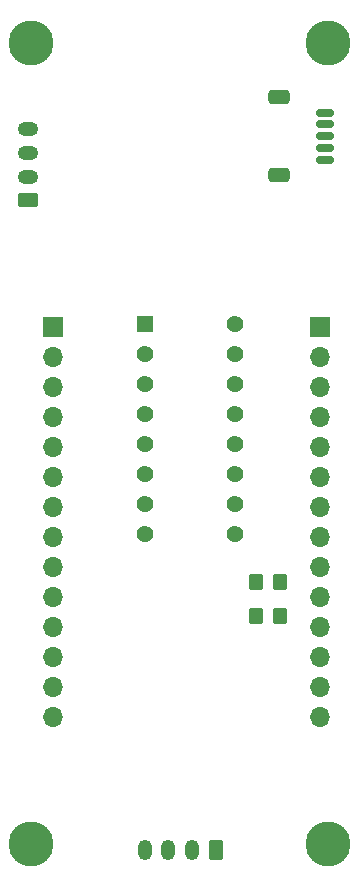
<source format=gbr>
%TF.GenerationSoftware,KiCad,Pcbnew,7.0.2-0*%
%TF.CreationDate,2023-12-19T13:36:21-05:00*%
%TF.ProjectId,Turbidity_v11,54757262-6964-4697-9479-5f7631312e6b,11*%
%TF.SameCoordinates,Original*%
%TF.FileFunction,Soldermask,Top*%
%TF.FilePolarity,Negative*%
%FSLAX46Y46*%
G04 Gerber Fmt 4.6, Leading zero omitted, Abs format (unit mm)*
G04 Created by KiCad (PCBNEW 7.0.2-0) date 2023-12-19 13:36:21*
%MOMM*%
%LPD*%
G01*
G04 APERTURE LIST*
G04 Aperture macros list*
%AMRoundRect*
0 Rectangle with rounded corners*
0 $1 Rounding radius*
0 $2 $3 $4 $5 $6 $7 $8 $9 X,Y pos of 4 corners*
0 Add a 4 corners polygon primitive as box body*
4,1,4,$2,$3,$4,$5,$6,$7,$8,$9,$2,$3,0*
0 Add four circle primitives for the rounded corners*
1,1,$1+$1,$2,$3*
1,1,$1+$1,$4,$5*
1,1,$1+$1,$6,$7*
1,1,$1+$1,$8,$9*
0 Add four rect primitives between the rounded corners*
20,1,$1+$1,$2,$3,$4,$5,0*
20,1,$1+$1,$4,$5,$6,$7,0*
20,1,$1+$1,$6,$7,$8,$9,0*
20,1,$1+$1,$8,$9,$2,$3,0*%
G04 Aperture macros list end*
%ADD10RoundRect,0.250000X0.350000X0.450000X-0.350000X0.450000X-0.350000X-0.450000X0.350000X-0.450000X0*%
%ADD11C,3.800000*%
%ADD12R,1.425000X1.425000*%
%ADD13C,1.425000*%
%ADD14R,1.700000X1.700000*%
%ADD15O,1.700000X1.700000*%
%ADD16RoundRect,0.250000X0.625000X-0.350000X0.625000X0.350000X-0.625000X0.350000X-0.625000X-0.350000X0*%
%ADD17O,1.750000X1.200000*%
%ADD18RoundRect,0.150000X-0.625000X0.150000X-0.625000X-0.150000X0.625000X-0.150000X0.625000X0.150000X0*%
%ADD19RoundRect,0.250000X-0.650000X0.350000X-0.650000X-0.350000X0.650000X-0.350000X0.650000X0.350000X0*%
%ADD20RoundRect,0.250000X0.350000X0.625000X-0.350000X0.625000X-0.350000X-0.625000X0.350000X-0.625000X0*%
%ADD21O,1.200000X1.750000*%
G04 APERTURE END LIST*
D10*
%TO.C,R1*%
X156051000Y-108585000D03*
X154051000Y-108585000D03*
%TD*%
D11*
%TO.C,REF\u002A\u002A*%
X135001000Y-127889000D03*
%TD*%
D12*
%TO.C,IC1*%
X144653000Y-83820000D03*
D13*
X144653000Y-86360000D03*
X144653000Y-88900000D03*
X144653000Y-91440000D03*
X144653000Y-93980000D03*
X144653000Y-96520000D03*
X144653000Y-99060000D03*
X144653000Y-101600000D03*
X152273000Y-101600000D03*
X152273000Y-99060000D03*
X152273000Y-96520000D03*
X152273000Y-93980000D03*
X152273000Y-91440000D03*
X152273000Y-88900000D03*
X152273000Y-86360000D03*
X152273000Y-83820000D03*
%TD*%
D14*
%TO.C,J4*%
X159512000Y-84074000D03*
D15*
X159512000Y-86614000D03*
X159512000Y-89154000D03*
X159512000Y-91694000D03*
X159512000Y-94234000D03*
X159512000Y-96774000D03*
X159512000Y-99314000D03*
X159512000Y-101854000D03*
X159512000Y-104394000D03*
X159512000Y-106934000D03*
X159512000Y-109474000D03*
X159512000Y-112014000D03*
X159512000Y-114554000D03*
X159512000Y-117094000D03*
%TD*%
D11*
%TO.C,REF\u002A\u002A*%
X160147000Y-60071000D03*
%TD*%
D16*
%TO.C,J3*%
X134710000Y-73358000D03*
D17*
X134710000Y-71358000D03*
X134710000Y-69358000D03*
X134710000Y-67358000D03*
%TD*%
D18*
%TO.C,J1*%
X159881800Y-65921600D03*
X159881800Y-66921600D03*
X159881800Y-67921600D03*
X159881800Y-68921600D03*
X159881800Y-69921600D03*
D19*
X156006800Y-64621600D03*
X156006800Y-71221600D03*
%TD*%
D11*
%TO.C,REF\u002A\u002A*%
X135001000Y-60071000D03*
%TD*%
D20*
%TO.C,J2*%
X150624800Y-128332400D03*
D21*
X148624800Y-128332400D03*
X146624800Y-128332400D03*
X144624800Y-128332400D03*
%TD*%
D10*
%TO.C,R2*%
X156083000Y-105664000D03*
X154083000Y-105664000D03*
%TD*%
D14*
%TO.C,J5*%
X136906000Y-84074000D03*
D15*
X136906000Y-86614000D03*
X136906000Y-89154000D03*
X136906000Y-91694000D03*
X136906000Y-94234000D03*
X136906000Y-96774000D03*
X136906000Y-99314000D03*
X136906000Y-101854000D03*
X136906000Y-104394000D03*
X136906000Y-106934000D03*
X136906000Y-109474000D03*
X136906000Y-112014000D03*
X136906000Y-114554000D03*
X136906000Y-117094000D03*
%TD*%
D11*
%TO.C,REF\u002A\u002A*%
X160147000Y-127889000D03*
%TD*%
M02*

</source>
